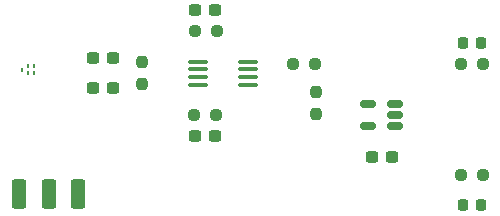
<source format=gbr>
%TF.GenerationSoftware,KiCad,Pcbnew,9.0.5*%
%TF.CreationDate,2025-11-29T16:59:50-06:00*%
%TF.ProjectId,RFIndicator,5246496e-6469-4636-9174-6f722e6b6963,rev?*%
%TF.SameCoordinates,Original*%
%TF.FileFunction,Paste,Top*%
%TF.FilePolarity,Positive*%
%FSLAX46Y46*%
G04 Gerber Fmt 4.6, Leading zero omitted, Abs format (unit mm)*
G04 Created by KiCad (PCBNEW 9.0.5) date 2025-11-29 16:59:50*
%MOMM*%
%LPD*%
G01*
G04 APERTURE LIST*
G04 Aperture macros list*
%AMRoundRect*
0 Rectangle with rounded corners*
0 $1 Rounding radius*
0 $2 $3 $4 $5 $6 $7 $8 $9 X,Y pos of 4 corners*
0 Add a 4 corners polygon primitive as box body*
4,1,4,$2,$3,$4,$5,$6,$7,$8,$9,$2,$3,0*
0 Add four circle primitives for the rounded corners*
1,1,$1+$1,$2,$3*
1,1,$1+$1,$4,$5*
1,1,$1+$1,$6,$7*
1,1,$1+$1,$8,$9*
0 Add four rect primitives between the rounded corners*
20,1,$1+$1,$2,$3,$4,$5,0*
20,1,$1+$1,$4,$5,$6,$7,0*
20,1,$1+$1,$6,$7,$8,$9,0*
20,1,$1+$1,$8,$9,$2,$3,0*%
G04 Aperture macros list end*
%ADD10R,0.250000X0.325000*%
%ADD11RoundRect,0.218750X0.218750X0.256250X-0.218750X0.256250X-0.218750X-0.256250X0.218750X-0.256250X0*%
%ADD12RoundRect,0.237500X-0.300000X-0.237500X0.300000X-0.237500X0.300000X0.237500X-0.300000X0.237500X0*%
%ADD13RoundRect,0.237500X0.250000X0.237500X-0.250000X0.237500X-0.250000X-0.237500X0.250000X-0.237500X0*%
%ADD14RoundRect,0.150000X0.512500X0.150000X-0.512500X0.150000X-0.512500X-0.150000X0.512500X-0.150000X0*%
%ADD15RoundRect,0.100000X-0.712500X-0.100000X0.712500X-0.100000X0.712500X0.100000X-0.712500X0.100000X0*%
%ADD16RoundRect,0.250000X-0.375000X-1.000000X0.375000X-1.000000X0.375000X1.000000X-0.375000X1.000000X0*%
%ADD17RoundRect,0.237500X-0.237500X0.250000X-0.237500X-0.250000X0.237500X-0.250000X0.237500X0.250000X0*%
%ADD18RoundRect,0.237500X0.237500X-0.250000X0.237500X0.250000X-0.237500X0.250000X-0.237500X-0.250000X0*%
%ADD19RoundRect,0.237500X-0.250000X-0.237500X0.250000X-0.237500X0.250000X0.237500X-0.250000X0.237500X0*%
%ADD20RoundRect,0.237500X0.300000X0.237500X-0.300000X0.237500X-0.300000X-0.237500X0.300000X-0.237500X0*%
G04 APERTURE END LIST*
D10*
%TO.C,FL1*%
X61476000Y-108645000D03*
X61976000Y-108645000D03*
X61976000Y-109220000D03*
X61476000Y-109220000D03*
X60976000Y-108932500D03*
%TD*%
D11*
%TO.C,D2*%
X99847500Y-120396000D03*
X98272500Y-120396000D03*
%TD*%
%TO.C,D1*%
X99847500Y-106680000D03*
X98272500Y-106680000D03*
%TD*%
D12*
%TO.C,C2*%
X90577500Y-116332000D03*
X92302500Y-116332000D03*
%TD*%
D13*
%TO.C,R1*%
X99972500Y-108458000D03*
X98147500Y-108458000D03*
%TD*%
%TO.C,R2*%
X99972500Y-117856000D03*
X98147500Y-117856000D03*
%TD*%
D14*
%TO.C,U1*%
X92577500Y-113726000D03*
X92577500Y-112776000D03*
X92577500Y-111826000D03*
X90302500Y-111826000D03*
X90302500Y-113726000D03*
%TD*%
D15*
%TO.C,U2*%
X75865500Y-108245000D03*
X75865500Y-108895000D03*
X75865500Y-109545000D03*
X75865500Y-110195000D03*
X80090500Y-110195000D03*
X80090500Y-109545000D03*
X80090500Y-108895000D03*
X80090500Y-108245000D03*
%TD*%
D16*
%TO.C,SW1*%
X60746000Y-119424000D03*
X63246000Y-119424000D03*
X65746000Y-119424000D03*
%TD*%
D17*
%TO.C,R7*%
X71120000Y-108307500D03*
X71120000Y-110132500D03*
%TD*%
D18*
%TO.C,R6*%
X85852000Y-112672500D03*
X85852000Y-110847500D03*
%TD*%
D19*
%TO.C,R5*%
X83923500Y-108458000D03*
X85748500Y-108458000D03*
%TD*%
D13*
%TO.C,R4*%
X77366500Y-112776000D03*
X75541500Y-112776000D03*
%TD*%
%TO.C,R3*%
X77470000Y-105664000D03*
X75645000Y-105664000D03*
%TD*%
D12*
%TO.C,C5*%
X75591500Y-114554000D03*
X77316500Y-114554000D03*
%TD*%
%TO.C,C4*%
X68680500Y-110490000D03*
X66955500Y-110490000D03*
%TD*%
%TO.C,C3*%
X66955500Y-107950000D03*
X68680500Y-107950000D03*
%TD*%
D20*
%TO.C,C1*%
X77316500Y-103886000D03*
X75591500Y-103886000D03*
%TD*%
M02*

</source>
